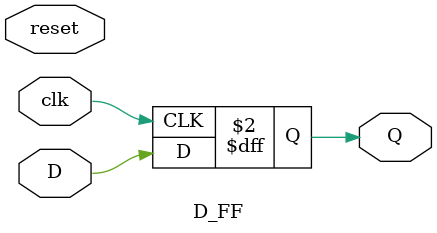
<source format=sv>
`timescale 1ns / 1ps


module D_FF(
    input logic clk,
    input logic reset,
    input logic D,
    output logic Q 
);

    always_ff @(posedge clk) begin
            Q <= D;
    end
endmodule


</source>
